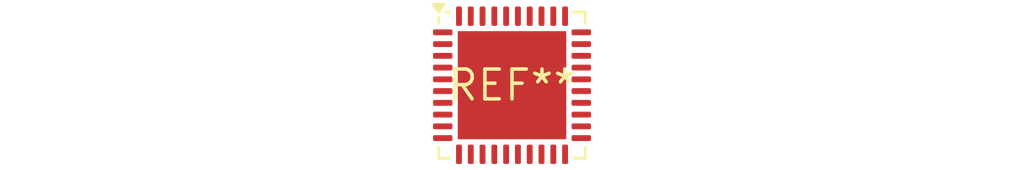
<source format=kicad_pcb>
(kicad_pcb (version 20240108) (generator pcbnew)
  (layers (0 "F.Cu" signal) (31 "B.Cu" signal) (34 "B.Paste" user) (35 "F.Paste" user) (36 "B.SilkS" user "B.Silkscreen") (37 "F.SilkS" user "F.Silkscreen") (38 "B.Mask" user) (39 "F.Mask" user) (44 "Edge.Cuts" user))
  (net 0 "")
  (footprint "QFN-40-1EP_6x6mm_P0.5mm_EP4.6x4.6mm" (layer "F.Cu") (at 0 0)
    (property "Reference" "REF**")
    (property "Value" "QFN-40-1EP_6x6mm_P0.5mm_EP4.6x4.6mm")
    (fp_line (start -3.11 -2.635) (end -3.11 -2.87) (layer "F.SilkS") (stroke (width 0.12)))
    (fp_line (start -3.11 3.11) (end -3.11 2.635) (layer "F.SilkS") (stroke (width 0.12)))
    (fp_line (start -2.635 -3.11) (end -2.81 -3.11) (layer "F.SilkS") (stroke (width 0.12)))
    (fp_line (start -2.635 3.11) (end -3.11 3.11) (layer "F.SilkS") (stroke (width 0.12)))
    (fp_line (start 2.635 -3.11) (end 3.11 -3.11) (layer "F.SilkS") (stroke (width 0.12)))
    (fp_line (start 2.635 3.11) (end 3.11 3.11) (layer "F.SilkS") (stroke (width 0.12)))
    (fp_line (start 3.11 -3.11) (end 3.11 -2.635) (layer "F.SilkS") (stroke (width 0.12)))
    (fp_line (start 3.11 3.11) (end 3.11 2.635) (layer "F.SilkS") (stroke (width 0.12)))
    (fp_poly (pts (xy -3.11 -3.11) (xy -3.35 -3.44) (xy -2.87 -3.44) (xy -3.11 -3.11)) (layer "F.SilkS") (stroke (width 0.12)) (fill solid))
    (pad "1" smd roundrect (at -2.9375 -2.25) (size 0.825 0.25) (layers "F.Cu" "F.Paste" "F.Mask"))
    (pad "2" smd roundrect (at -2.9375 -1.75) (size 0.825 0.25) (layers "F.Cu" "F.Paste" "F.Mask"))
    (pad "3" smd roundrect (at -2.9375 -1.25) (size 0.825 0.25) (layers "F.Cu" "F.Paste" "F.Mask"))
    (pad "4" smd roundrect (at -2.9375 -0.75) (size 0.825 0.25) (layers "F.Cu" "F.Paste" "F.Mask"))
    (pad "5" smd roundrect (at -2.9375 -0.25) (size 0.825 0.25) (layers "F.Cu" "F.Paste" "F.Mask"))
    (pad "6" smd roundrect (at -2.9375 0.25) (size 0.825 0.25) (layers "F.Cu" "F.Paste" "F.Mask"))
    (pad "7" smd roundrect (at -2.9375 0.75) (size 0.825 0.25) (layers "F.Cu" "F.Paste" "F.Mask"))
    (pad "8" smd roundrect (at -2.9375 1.25) (size 0.825 0.25) (layers "F.Cu" "F.Paste" "F.Mask"))
    (pad "9" smd roundrect (at -2.9375 1.75) (size 0.825 0.25) (layers "F.Cu" "F.Paste" "F.Mask"))
    (pad "10" smd roundrect (at -2.9375 2.25) (size 0.825 0.25) (layers "F.Cu" "F.Paste" "F.Mask"))
    (pad "11" smd roundrect (at -2.25 2.9375) (size 0.25 0.825) (layers "F.Cu" "F.Paste" "F.Mask"))
    (pad "12" smd roundrect (at -1.75 2.9375) (size 0.25 0.825) (layers "F.Cu" "F.Paste" "F.Mask"))
    (pad "13" smd roundrect (at -1.25 2.9375) (size 0.25 0.825) (layers "F.Cu" "F.Paste" "F.Mask"))
    (pad "14" smd roundrect (at -0.75 2.9375) (size 0.25 0.825) (layers "F.Cu" "F.Paste" "F.Mask"))
    (pad "15" smd roundrect (at -0.25 2.9375) (size 0.25 0.825) (layers "F.Cu" "F.Paste" "F.Mask"))
    (pad "16" smd roundrect (at 0.25 2.9375) (size 0.25 0.825) (layers "F.Cu" "F.Paste" "F.Mask"))
    (pad "17" smd roundrect (at 0.75 2.9375) (size 0.25 0.825) (layers "F.Cu" "F.Paste" "F.Mask"))
    (pad "18" smd roundrect (at 1.25 2.9375) (size 0.25 0.825) (layers "F.Cu" "F.Paste" "F.Mask"))
    (pad "19" smd roundrect (at 1.75 2.9375) (size 0.25 0.825) (layers "F.Cu" "F.Paste" "F.Mask"))
    (pad "20" smd roundrect (at 2.25 2.9375) (size 0.25 0.825) (layers "F.Cu" "F.Paste" "F.Mask"))
    (pad "21" smd roundrect (at 2.9375 2.25) (size 0.825 0.25) (layers "F.Cu" "F.Paste" "F.Mask"))
    (pad "22" smd roundrect (at 2.9375 1.75) (size 0.825 0.25) (layers "F.Cu" "F.Paste" "F.Mask"))
    (pad "23" smd roundrect (at 2.9375 1.25) (size 0.825 0.25) (layers "F.Cu" "F.Paste" "F.Mask"))
    (pad "24" smd roundrect (at 2.9375 0.75) (size 0.825 0.25) (layers "F.Cu" "F.Paste" "F.Mask"))
    (pad "25" smd roundrect (at 2.9375 0.25) (size 0.825 0.25) (layers "F.Cu" "F.Paste" "F.Mask"))
    (pad "26" smd roundrect (at 2.9375 -0.25) (size 0.825 0.25) (layers "F.Cu" "F.Paste" "F.Mask"))
    (pad "27" smd roundrect (at 2.9375 -0.75) (size 0.825 0.25) (layers "F.Cu" "F.Paste" "F.Mask"))
    (pad "28" smd roundrect (at 2.9375 -1.25) (size 0.825 0.25) (layers "F.Cu" "F.Paste" "F.Mask"))
    (pad "29" smd roundrect (at 2.9375 -1.75) (size 0.825 0.25) (layers "F.Cu" "F.Paste" "F.Mask"))
    (pad "30" smd roundrect (at 2.9375 -2.25) (size 0.825 0.25) (layers "F.Cu" "F.Paste" "F.Mask"))
    (pad "31" smd roundrect (at 2.25 -2.9375) (size 0.25 0.825) (layers "F.Cu" "F.Paste" "F.Mask"))
    (pad "32" smd roundrect (at 1.75 -2.9375) (size 0.25 0.825) (layers "F.Cu" "F.Paste" "F.Mask"))
    (pad "33" smd roundrect (at 1.25 -2.9375) (size 0.25 0.825) (layers "F.Cu" "F.Paste" "F.Mask"))
    (pad "34" smd roundrect (at 0.75 -2.9375) (size 0.25 0.825) (layers "F.Cu" "F.Paste" "F.Mask"))
    (pad "35" smd roundrect (at 0.25 -2.9375) (size 0.25 0.825) (layers "F.Cu" "F.Paste" "F.Mask"))
    (pad "36" smd roundrect (at -0.25 -2.9375) (size 0.25 0.825) (layers "F.Cu" "F.Paste" "F.Mask"))
    (pad "37" smd roundrect (at -0.75 -2.9375) (size 0.25 0.825) (layers "F.Cu" "F.Paste" "F.Mask"))
    (pad "38" smd roundrect (at -1.25 -2.9375) (size 0.25 0.825) (layers "F.Cu" "F.Paste" "F.Mask"))
    (pad "39" smd roundrect (at -1.75 -2.9375) (size 0.25 0.825) (layers "F.Cu" "F.Paste" "F.Mask"))
    (pad "40" smd roundrect (at -2.25 -2.9375) (size 0.25 0.825) (layers "F.Cu" "F.Paste" "F.Mask"))
    (pad "41" smd rect (at 0 0) (size 4.6 4.6) (property pad_prop_heatsink) (layers "F.Cu" "F.Mask"))
  )
)
</source>
